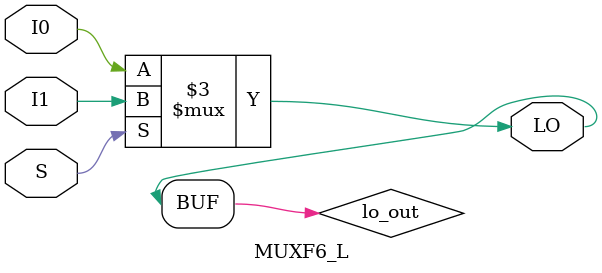
<source format=v>

/*

FUNCTION    : 2 to 1 Multiplexer for Carry Logic

*/

`celldefine
`timescale  100 ps / 10 ps

module MUXF6_L (LO, I0, I1, S);

    output LO;
    reg    lo_out;

    input  I0, I1, S;

    buf B1 (LO, lo_out);

    always @(I0 or I1 or S) begin
        if (S)
        lo_out <= I1;
        else
        lo_out <= I0;
    end

endmodule

</source>
